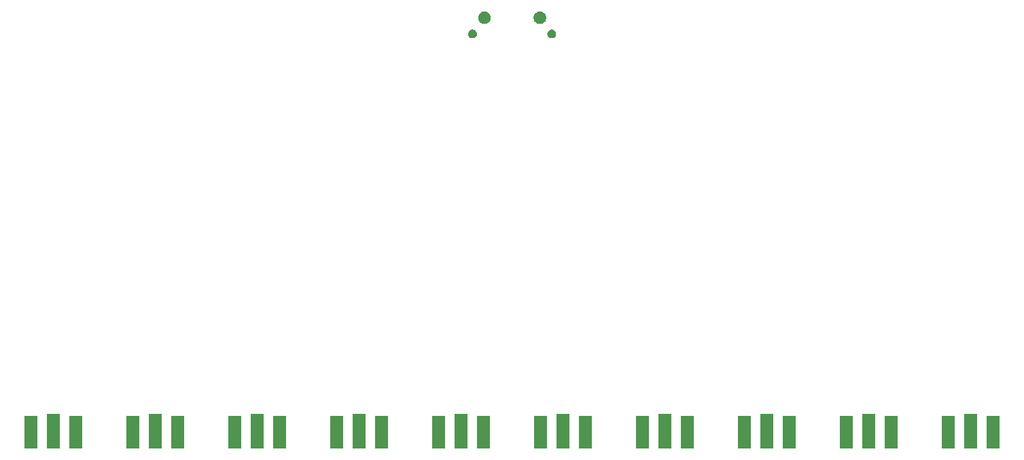
<source format=gbr>
G04 #@! TF.GenerationSoftware,KiCad,Pcbnew,(6.0.0-rc1-dev-305-gf0b8b2136)*
G04 #@! TF.CreationDate,2019-06-24T13:23:36-06:00*
G04 #@! TF.ProjectId,Station04,53746174696F6E30342E6B696361645F,rev?*
G04 #@! TF.SameCoordinates,Original*
G04 #@! TF.FileFunction,Soldermask,Top*
G04 #@! TF.FilePolarity,Negative*
%FSLAX46Y46*%
G04 Gerber Fmt 4.6, Leading zero omitted, Abs format (unit mm)*
G04 Created by KiCad (PCBNEW (6.0.0-rc1-dev-305-gf0b8b2136)) date 06/24/19 13:23:36*
%MOMM*%
%LPD*%
G01*
G04 APERTURE LIST*
%ADD10C,0.100000*%
G04 APERTURE END LIST*
D10*
G36*
X125570170Y-56381300D02*
X123967030Y-56381300D01*
X123967030Y-52316900D01*
X125570170Y-52316900D01*
X125570170Y-56381300D01*
X125570170Y-56381300D01*
G37*
G36*
X11270170Y-56381300D02*
X9667030Y-56381300D01*
X9667030Y-52316900D01*
X11270170Y-52316900D01*
X11270170Y-56381300D01*
X11270170Y-56381300D01*
G37*
G36*
X8501570Y-56381300D02*
X6898430Y-56381300D01*
X6898430Y-52037500D01*
X8501570Y-52037500D01*
X8501570Y-56381300D01*
X8501570Y-56381300D01*
G37*
G36*
X5732970Y-56381300D02*
X4129830Y-56381300D01*
X4129830Y-52316900D01*
X5732970Y-52316900D01*
X5732970Y-56381300D01*
X5732970Y-56381300D01*
G37*
G36*
X23970170Y-56381300D02*
X22367030Y-56381300D01*
X22367030Y-52316900D01*
X23970170Y-52316900D01*
X23970170Y-56381300D01*
X23970170Y-56381300D01*
G37*
G36*
X21201570Y-56381300D02*
X19598430Y-56381300D01*
X19598430Y-52037500D01*
X21201570Y-52037500D01*
X21201570Y-56381300D01*
X21201570Y-56381300D01*
G37*
G36*
X18432970Y-56381300D02*
X16829830Y-56381300D01*
X16829830Y-52316900D01*
X18432970Y-52316900D01*
X18432970Y-56381300D01*
X18432970Y-56381300D01*
G37*
G36*
X36670170Y-56381300D02*
X35067030Y-56381300D01*
X35067030Y-52316900D01*
X36670170Y-52316900D01*
X36670170Y-56381300D01*
X36670170Y-56381300D01*
G37*
G36*
X33901570Y-56381300D02*
X32298430Y-56381300D01*
X32298430Y-52037500D01*
X33901570Y-52037500D01*
X33901570Y-56381300D01*
X33901570Y-56381300D01*
G37*
G36*
X31132970Y-56381300D02*
X29529830Y-56381300D01*
X29529830Y-52316900D01*
X31132970Y-52316900D01*
X31132970Y-56381300D01*
X31132970Y-56381300D01*
G37*
G36*
X49370170Y-56381300D02*
X47767030Y-56381300D01*
X47767030Y-52316900D01*
X49370170Y-52316900D01*
X49370170Y-56381300D01*
X49370170Y-56381300D01*
G37*
G36*
X46601570Y-56381300D02*
X44998430Y-56381300D01*
X44998430Y-52037500D01*
X46601570Y-52037500D01*
X46601570Y-56381300D01*
X46601570Y-56381300D01*
G37*
G36*
X43832970Y-56381300D02*
X42229830Y-56381300D01*
X42229830Y-52316900D01*
X43832970Y-52316900D01*
X43832970Y-56381300D01*
X43832970Y-56381300D01*
G37*
G36*
X62070170Y-56381300D02*
X60467030Y-56381300D01*
X60467030Y-52316900D01*
X62070170Y-52316900D01*
X62070170Y-56381300D01*
X62070170Y-56381300D01*
G37*
G36*
X59301570Y-56381300D02*
X57698430Y-56381300D01*
X57698430Y-52037500D01*
X59301570Y-52037500D01*
X59301570Y-56381300D01*
X59301570Y-56381300D01*
G37*
G36*
X74770170Y-56381300D02*
X73167030Y-56381300D01*
X73167030Y-52316900D01*
X74770170Y-52316900D01*
X74770170Y-56381300D01*
X74770170Y-56381300D01*
G37*
G36*
X56532970Y-56381300D02*
X54929830Y-56381300D01*
X54929830Y-52316900D01*
X56532970Y-52316900D01*
X56532970Y-56381300D01*
X56532970Y-56381300D01*
G37*
G36*
X84701570Y-56381300D02*
X83098430Y-56381300D01*
X83098430Y-52037500D01*
X84701570Y-52037500D01*
X84701570Y-56381300D01*
X84701570Y-56381300D01*
G37*
G36*
X87470170Y-56381300D02*
X85867030Y-56381300D01*
X85867030Y-52316900D01*
X87470170Y-52316900D01*
X87470170Y-56381300D01*
X87470170Y-56381300D01*
G37*
G36*
X120032970Y-56381300D02*
X118429830Y-56381300D01*
X118429830Y-52316900D01*
X120032970Y-52316900D01*
X120032970Y-56381300D01*
X120032970Y-56381300D01*
G37*
G36*
X122801570Y-56381300D02*
X121198430Y-56381300D01*
X121198430Y-52037500D01*
X122801570Y-52037500D01*
X122801570Y-56381300D01*
X122801570Y-56381300D01*
G37*
G36*
X107332970Y-56381300D02*
X105729830Y-56381300D01*
X105729830Y-52316900D01*
X107332970Y-52316900D01*
X107332970Y-56381300D01*
X107332970Y-56381300D01*
G37*
G36*
X110101570Y-56381300D02*
X108498430Y-56381300D01*
X108498430Y-52037500D01*
X110101570Y-52037500D01*
X110101570Y-56381300D01*
X110101570Y-56381300D01*
G37*
G36*
X112870170Y-56381300D02*
X111267030Y-56381300D01*
X111267030Y-52316900D01*
X112870170Y-52316900D01*
X112870170Y-56381300D01*
X112870170Y-56381300D01*
G37*
G36*
X94632970Y-56381300D02*
X93029830Y-56381300D01*
X93029830Y-52316900D01*
X94632970Y-52316900D01*
X94632970Y-56381300D01*
X94632970Y-56381300D01*
G37*
G36*
X97401570Y-56381300D02*
X95798430Y-56381300D01*
X95798430Y-52037500D01*
X97401570Y-52037500D01*
X97401570Y-56381300D01*
X97401570Y-56381300D01*
G37*
G36*
X100170170Y-56381300D02*
X98567030Y-56381300D01*
X98567030Y-52316900D01*
X100170170Y-52316900D01*
X100170170Y-56381300D01*
X100170170Y-56381300D01*
G37*
G36*
X69232970Y-56381300D02*
X67629830Y-56381300D01*
X67629830Y-52316900D01*
X69232970Y-52316900D01*
X69232970Y-56381300D01*
X69232970Y-56381300D01*
G37*
G36*
X72001570Y-56381300D02*
X70398430Y-56381300D01*
X70398430Y-52037500D01*
X72001570Y-52037500D01*
X72001570Y-56381300D01*
X72001570Y-56381300D01*
G37*
G36*
X81932970Y-56381300D02*
X80329830Y-56381300D01*
X80329830Y-52316900D01*
X81932970Y-52316900D01*
X81932970Y-56381300D01*
X81932970Y-56381300D01*
G37*
G36*
X60075721Y-4080174D02*
X60175995Y-4121709D01*
X60266245Y-4182012D01*
X60342988Y-4258755D01*
X60403291Y-4349005D01*
X60444826Y-4449279D01*
X60466000Y-4555730D01*
X60466000Y-4664270D01*
X60444826Y-4770721D01*
X60403291Y-4870995D01*
X60342988Y-4961245D01*
X60266245Y-5037988D01*
X60175995Y-5098291D01*
X60075721Y-5139826D01*
X59969270Y-5161000D01*
X59860730Y-5161000D01*
X59754279Y-5139826D01*
X59654005Y-5098291D01*
X59563755Y-5037988D01*
X59487012Y-4961245D01*
X59426709Y-4870995D01*
X59385174Y-4770721D01*
X59364000Y-4664270D01*
X59364000Y-4555730D01*
X59385174Y-4449279D01*
X59426709Y-4349005D01*
X59487012Y-4258755D01*
X59563755Y-4182012D01*
X59654005Y-4121709D01*
X59754279Y-4080174D01*
X59860730Y-4059000D01*
X59969270Y-4059000D01*
X60075721Y-4080174D01*
X60075721Y-4080174D01*
G37*
G36*
X69945721Y-4080174D02*
X70045995Y-4121709D01*
X70136245Y-4182012D01*
X70212988Y-4258755D01*
X70273291Y-4349005D01*
X70314826Y-4449279D01*
X70336000Y-4555730D01*
X70336000Y-4664270D01*
X70314826Y-4770721D01*
X70273291Y-4870995D01*
X70212988Y-4961245D01*
X70136245Y-5037988D01*
X70045995Y-5098291D01*
X69945721Y-5139826D01*
X69839270Y-5161000D01*
X69730730Y-5161000D01*
X69624279Y-5139826D01*
X69524005Y-5098291D01*
X69433755Y-5037988D01*
X69357012Y-4961245D01*
X69296709Y-4870995D01*
X69255174Y-4770721D01*
X69234000Y-4664270D01*
X69234000Y-4555730D01*
X69255174Y-4449279D01*
X69296709Y-4349005D01*
X69357012Y-4258755D01*
X69433755Y-4182012D01*
X69524005Y-4121709D01*
X69624279Y-4080174D01*
X69730730Y-4059000D01*
X69839270Y-4059000D01*
X69945721Y-4080174D01*
X69945721Y-4080174D01*
G37*
G36*
X68536349Y-1863820D02*
X68536352Y-1863821D01*
X68536351Y-1863821D01*
X68677574Y-1922317D01*
X68677575Y-1922318D01*
X68804674Y-2007243D01*
X68912757Y-2115326D01*
X68912759Y-2115329D01*
X68997683Y-2242426D01*
X69042927Y-2351657D01*
X69056180Y-2383651D01*
X69086000Y-2533569D01*
X69086000Y-2686431D01*
X69056180Y-2836349D01*
X69056179Y-2836351D01*
X68997683Y-2977574D01*
X68997682Y-2977575D01*
X68912757Y-3104674D01*
X68804674Y-3212757D01*
X68804671Y-3212759D01*
X68677574Y-3297683D01*
X68568343Y-3342927D01*
X68536349Y-3356180D01*
X68386431Y-3386000D01*
X68233569Y-3386000D01*
X68083651Y-3356180D01*
X68051657Y-3342927D01*
X67942426Y-3297683D01*
X67815329Y-3212759D01*
X67815326Y-3212757D01*
X67707243Y-3104674D01*
X67622318Y-2977575D01*
X67622317Y-2977574D01*
X67563821Y-2836351D01*
X67563820Y-2836349D01*
X67534000Y-2686431D01*
X67534000Y-2533569D01*
X67563820Y-2383651D01*
X67577073Y-2351657D01*
X67622317Y-2242426D01*
X67707241Y-2115329D01*
X67707243Y-2115326D01*
X67815326Y-2007243D01*
X67942425Y-1922318D01*
X67942426Y-1922317D01*
X68083649Y-1863821D01*
X68083648Y-1863821D01*
X68083651Y-1863820D01*
X68233569Y-1834000D01*
X68386431Y-1834000D01*
X68536349Y-1863820D01*
X68536349Y-1863820D01*
G37*
G36*
X61616349Y-1863820D02*
X61616352Y-1863821D01*
X61616351Y-1863821D01*
X61757574Y-1922317D01*
X61757575Y-1922318D01*
X61884674Y-2007243D01*
X61992757Y-2115326D01*
X61992759Y-2115329D01*
X62077683Y-2242426D01*
X62122927Y-2351657D01*
X62136180Y-2383651D01*
X62166000Y-2533569D01*
X62166000Y-2686431D01*
X62136180Y-2836349D01*
X62136179Y-2836351D01*
X62077683Y-2977574D01*
X62077682Y-2977575D01*
X61992757Y-3104674D01*
X61884674Y-3212757D01*
X61884671Y-3212759D01*
X61757574Y-3297683D01*
X61648343Y-3342927D01*
X61616349Y-3356180D01*
X61466431Y-3386000D01*
X61313569Y-3386000D01*
X61163651Y-3356180D01*
X61131657Y-3342927D01*
X61022426Y-3297683D01*
X60895329Y-3212759D01*
X60895326Y-3212757D01*
X60787243Y-3104674D01*
X60702318Y-2977575D01*
X60702317Y-2977574D01*
X60643821Y-2836351D01*
X60643820Y-2836349D01*
X60614000Y-2686431D01*
X60614000Y-2533569D01*
X60643820Y-2383651D01*
X60657073Y-2351657D01*
X60702317Y-2242426D01*
X60787241Y-2115329D01*
X60787243Y-2115326D01*
X60895326Y-2007243D01*
X61022425Y-1922318D01*
X61022426Y-1922317D01*
X61163649Y-1863821D01*
X61163648Y-1863821D01*
X61163651Y-1863820D01*
X61313569Y-1834000D01*
X61466431Y-1834000D01*
X61616349Y-1863820D01*
X61616349Y-1863820D01*
G37*
M02*

</source>
